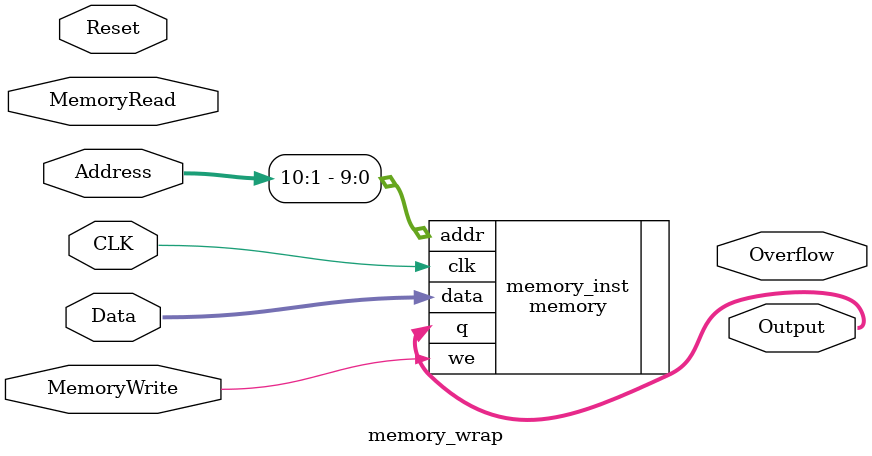
<source format=v>

module memory_wrap
(
	input [15:0] Data,
	input [15:0] Address,
	input MemoryWrite, MemoryRead, CLK, Reset,
	output [15:0] Output,
	output reg Overflow
);
	
memory memory_inst
(
	.data(Data) ,	// input [DATA_WIDTH-1:0] data_sig
	.addr(Address[10:1]) ,	// input [ADDR_WIDTH-1:0] addr_sig
	.we(MemoryWrite) ,	// input  we_sig
	.clk(CLK) ,	// input  clk_sig
	.q(Output) 	// output [DATA_WIDTH-1:0] q_sig
);



endmodule

</source>
